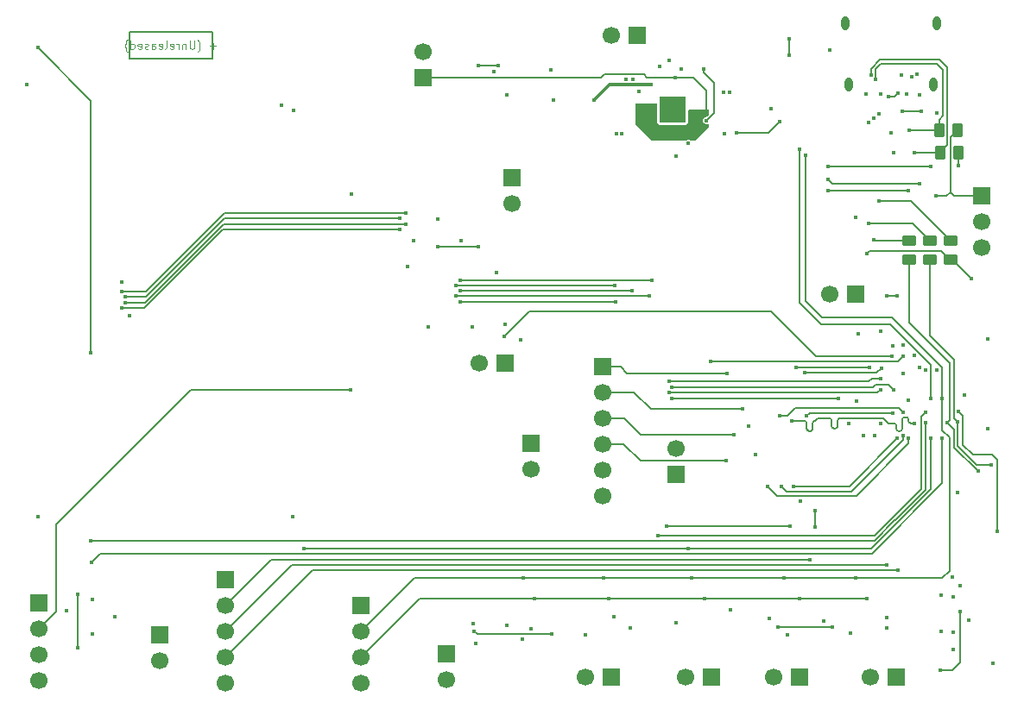
<source format=gbr>
%TF.GenerationSoftware,KiCad,Pcbnew,9.0.1+1*%
%TF.CreationDate,2025-09-19T07:31:43+00:00*%
%TF.ProjectId,ZSWatch-Watch-DevKit,5a535761-7463-4682-9d57-617463682d44,+ (Unreleased)*%
%TF.SameCoordinates,Original*%
%TF.FileFunction,Copper,L4,Bot*%
%TF.FilePolarity,Positive*%
%FSLAX46Y46*%
G04 Gerber Fmt 4.6, Leading zero omitted, Abs format (unit mm)*
G04 Created by KiCad (PCBNEW 9.0.1+1) date 2025-09-19 07:31:43*
%MOMM*%
%LPD*%
G01*
G04 APERTURE LIST*
G04 Aperture macros list*
%AMRoundRect*
0 Rectangle with rounded corners*
0 $1 Rounding radius*
0 $2 $3 $4 $5 $6 $7 $8 $9 X,Y pos of 4 corners*
0 Add a 4 corners polygon primitive as box body*
4,1,4,$2,$3,$4,$5,$6,$7,$8,$9,$2,$3,0*
0 Add four circle primitives for the rounded corners*
1,1,$1+$1,$2,$3*
1,1,$1+$1,$4,$5*
1,1,$1+$1,$6,$7*
1,1,$1+$1,$8,$9*
0 Add four rect primitives between the rounded corners*
20,1,$1+$1,$2,$3,$4,$5,0*
20,1,$1+$1,$4,$5,$6,$7,0*
20,1,$1+$1,$6,$7,$8,$9,0*
20,1,$1+$1,$8,$9,$2,$3,0*%
G04 Aperture macros list end*
%TA.AperFunction,NonConductor*%
%ADD10C,0.200000*%
%TD*%
%ADD11C,0.120000*%
%TA.AperFunction,NonConductor*%
%ADD12C,0.120000*%
%TD*%
%TA.AperFunction,ComponentPad*%
%ADD13R,1.700000X1.700000*%
%TD*%
%TA.AperFunction,ComponentPad*%
%ADD14C,1.700000*%
%TD*%
%TA.AperFunction,ComponentPad*%
%ADD15C,0.500000*%
%TD*%
%TA.AperFunction,SMDPad,CuDef*%
%ADD16R,2.500000X2.500000*%
%TD*%
%TA.AperFunction,HeatsinkPad*%
%ADD17O,0.800000X1.400000*%
%TD*%
%TA.AperFunction,SMDPad,CuDef*%
%ADD18RoundRect,0.250000X0.450000X-0.262500X0.450000X0.262500X-0.450000X0.262500X-0.450000X-0.262500X0*%
%TD*%
%TA.AperFunction,SMDPad,CuDef*%
%ADD19RoundRect,0.250000X0.262500X0.450000X-0.262500X0.450000X-0.262500X-0.450000X0.262500X-0.450000X0*%
%TD*%
%TA.AperFunction,ViaPad*%
%ADD20C,0.450000*%
%TD*%
%TA.AperFunction,Conductor*%
%ADD21C,0.200000*%
%TD*%
%TA.AperFunction,Conductor*%
%ADD22C,0.170000*%
%TD*%
%TA.AperFunction,Conductor*%
%ADD23C,0.127000*%
%TD*%
%TA.AperFunction,Conductor*%
%ADD24C,0.300000*%
%TD*%
G04 APERTURE END LIST*
D10*
X172100000Y-116200000D02*
X180200000Y-116200000D01*
X180200000Y-118800000D01*
X172100000Y-118800000D01*
X172100000Y-116200000D01*
D11*
D12*
X180607142Y-117559093D02*
X179997619Y-117559093D01*
X180302380Y-117863855D02*
X180302380Y-117254331D01*
X178778571Y-118168617D02*
X178816666Y-118130521D01*
X178816666Y-118130521D02*
X178892857Y-118016236D01*
X178892857Y-118016236D02*
X178930952Y-117940045D01*
X178930952Y-117940045D02*
X178969047Y-117825760D01*
X178969047Y-117825760D02*
X179007142Y-117635283D01*
X179007142Y-117635283D02*
X179007142Y-117482902D01*
X179007142Y-117482902D02*
X178969047Y-117292426D01*
X178969047Y-117292426D02*
X178930952Y-117178140D01*
X178930952Y-117178140D02*
X178892857Y-117101950D01*
X178892857Y-117101950D02*
X178816666Y-116987664D01*
X178816666Y-116987664D02*
X178778571Y-116949569D01*
X178473809Y-117063855D02*
X178473809Y-117711474D01*
X178473809Y-117711474D02*
X178435714Y-117787664D01*
X178435714Y-117787664D02*
X178397619Y-117825760D01*
X178397619Y-117825760D02*
X178321428Y-117863855D01*
X178321428Y-117863855D02*
X178169047Y-117863855D01*
X178169047Y-117863855D02*
X178092857Y-117825760D01*
X178092857Y-117825760D02*
X178054762Y-117787664D01*
X178054762Y-117787664D02*
X178016666Y-117711474D01*
X178016666Y-117711474D02*
X178016666Y-117063855D01*
X177635714Y-117330521D02*
X177635714Y-117863855D01*
X177635714Y-117406712D02*
X177597619Y-117368617D01*
X177597619Y-117368617D02*
X177521429Y-117330521D01*
X177521429Y-117330521D02*
X177407143Y-117330521D01*
X177407143Y-117330521D02*
X177330952Y-117368617D01*
X177330952Y-117368617D02*
X177292857Y-117444807D01*
X177292857Y-117444807D02*
X177292857Y-117863855D01*
X176911904Y-117863855D02*
X176911904Y-117330521D01*
X176911904Y-117482902D02*
X176873809Y-117406712D01*
X176873809Y-117406712D02*
X176835714Y-117368617D01*
X176835714Y-117368617D02*
X176759523Y-117330521D01*
X176759523Y-117330521D02*
X176683333Y-117330521D01*
X176111904Y-117825760D02*
X176188095Y-117863855D01*
X176188095Y-117863855D02*
X176340476Y-117863855D01*
X176340476Y-117863855D02*
X176416666Y-117825760D01*
X176416666Y-117825760D02*
X176454762Y-117749569D01*
X176454762Y-117749569D02*
X176454762Y-117444807D01*
X176454762Y-117444807D02*
X176416666Y-117368617D01*
X176416666Y-117368617D02*
X176340476Y-117330521D01*
X176340476Y-117330521D02*
X176188095Y-117330521D01*
X176188095Y-117330521D02*
X176111904Y-117368617D01*
X176111904Y-117368617D02*
X176073809Y-117444807D01*
X176073809Y-117444807D02*
X176073809Y-117520998D01*
X176073809Y-117520998D02*
X176454762Y-117597188D01*
X175616667Y-117863855D02*
X175692857Y-117825760D01*
X175692857Y-117825760D02*
X175730952Y-117749569D01*
X175730952Y-117749569D02*
X175730952Y-117063855D01*
X175007142Y-117825760D02*
X175083333Y-117863855D01*
X175083333Y-117863855D02*
X175235714Y-117863855D01*
X175235714Y-117863855D02*
X175311904Y-117825760D01*
X175311904Y-117825760D02*
X175350000Y-117749569D01*
X175350000Y-117749569D02*
X175350000Y-117444807D01*
X175350000Y-117444807D02*
X175311904Y-117368617D01*
X175311904Y-117368617D02*
X175235714Y-117330521D01*
X175235714Y-117330521D02*
X175083333Y-117330521D01*
X175083333Y-117330521D02*
X175007142Y-117368617D01*
X175007142Y-117368617D02*
X174969047Y-117444807D01*
X174969047Y-117444807D02*
X174969047Y-117520998D01*
X174969047Y-117520998D02*
X175350000Y-117597188D01*
X174283333Y-117863855D02*
X174283333Y-117444807D01*
X174283333Y-117444807D02*
X174321428Y-117368617D01*
X174321428Y-117368617D02*
X174397619Y-117330521D01*
X174397619Y-117330521D02*
X174550000Y-117330521D01*
X174550000Y-117330521D02*
X174626190Y-117368617D01*
X174283333Y-117825760D02*
X174359524Y-117863855D01*
X174359524Y-117863855D02*
X174550000Y-117863855D01*
X174550000Y-117863855D02*
X174626190Y-117825760D01*
X174626190Y-117825760D02*
X174664286Y-117749569D01*
X174664286Y-117749569D02*
X174664286Y-117673379D01*
X174664286Y-117673379D02*
X174626190Y-117597188D01*
X174626190Y-117597188D02*
X174550000Y-117559093D01*
X174550000Y-117559093D02*
X174359524Y-117559093D01*
X174359524Y-117559093D02*
X174283333Y-117520998D01*
X173940476Y-117825760D02*
X173864285Y-117863855D01*
X173864285Y-117863855D02*
X173711904Y-117863855D01*
X173711904Y-117863855D02*
X173635714Y-117825760D01*
X173635714Y-117825760D02*
X173597618Y-117749569D01*
X173597618Y-117749569D02*
X173597618Y-117711474D01*
X173597618Y-117711474D02*
X173635714Y-117635283D01*
X173635714Y-117635283D02*
X173711904Y-117597188D01*
X173711904Y-117597188D02*
X173826190Y-117597188D01*
X173826190Y-117597188D02*
X173902380Y-117559093D01*
X173902380Y-117559093D02*
X173940476Y-117482902D01*
X173940476Y-117482902D02*
X173940476Y-117444807D01*
X173940476Y-117444807D02*
X173902380Y-117368617D01*
X173902380Y-117368617D02*
X173826190Y-117330521D01*
X173826190Y-117330521D02*
X173711904Y-117330521D01*
X173711904Y-117330521D02*
X173635714Y-117368617D01*
X172949999Y-117825760D02*
X173026190Y-117863855D01*
X173026190Y-117863855D02*
X173178571Y-117863855D01*
X173178571Y-117863855D02*
X173254761Y-117825760D01*
X173254761Y-117825760D02*
X173292857Y-117749569D01*
X173292857Y-117749569D02*
X173292857Y-117444807D01*
X173292857Y-117444807D02*
X173254761Y-117368617D01*
X173254761Y-117368617D02*
X173178571Y-117330521D01*
X173178571Y-117330521D02*
X173026190Y-117330521D01*
X173026190Y-117330521D02*
X172949999Y-117368617D01*
X172949999Y-117368617D02*
X172911904Y-117444807D01*
X172911904Y-117444807D02*
X172911904Y-117520998D01*
X172911904Y-117520998D02*
X173292857Y-117597188D01*
X172226190Y-117863855D02*
X172226190Y-117063855D01*
X172226190Y-117825760D02*
X172302381Y-117863855D01*
X172302381Y-117863855D02*
X172454762Y-117863855D01*
X172454762Y-117863855D02*
X172530952Y-117825760D01*
X172530952Y-117825760D02*
X172569047Y-117787664D01*
X172569047Y-117787664D02*
X172607143Y-117711474D01*
X172607143Y-117711474D02*
X172607143Y-117482902D01*
X172607143Y-117482902D02*
X172569047Y-117406712D01*
X172569047Y-117406712D02*
X172530952Y-117368617D01*
X172530952Y-117368617D02*
X172454762Y-117330521D01*
X172454762Y-117330521D02*
X172302381Y-117330521D01*
X172302381Y-117330521D02*
X172226190Y-117368617D01*
X171921428Y-118168617D02*
X171883333Y-118130521D01*
X171883333Y-118130521D02*
X171807142Y-118016236D01*
X171807142Y-118016236D02*
X171769047Y-117940045D01*
X171769047Y-117940045D02*
X171730952Y-117825760D01*
X171730952Y-117825760D02*
X171692856Y-117635283D01*
X171692856Y-117635283D02*
X171692856Y-117482902D01*
X171692856Y-117482902D02*
X171730952Y-117292426D01*
X171730952Y-117292426D02*
X171769047Y-117178140D01*
X171769047Y-117178140D02*
X171807142Y-117101950D01*
X171807142Y-117101950D02*
X171883333Y-116987664D01*
X171883333Y-116987664D02*
X171921428Y-116949569D01*
D13*
%TO.P,X508,1,Pin_1*%
%TO.N,/Project Architecture/Power Management/VSYS*%
X200900000Y-120700000D03*
D14*
%TO.P,X508,2,Pin_2*%
%TO.N,Net-(IC505-VDD)*%
X200900000Y-118160000D03*
%TD*%
D15*
%TO.P,IC401,33,GND*%
%TO.N,GND*%
X224387790Y-122830400D03*
X224387790Y-123830400D03*
X224387790Y-124830400D03*
X225387790Y-122830400D03*
X225387790Y-123830400D03*
D16*
X225387790Y-123830400D03*
D15*
X225387790Y-124830400D03*
X226387790Y-122830400D03*
X226387790Y-123830400D03*
X226387790Y-124830400D03*
%TD*%
D13*
%TO.P,X503,1,Pin_1*%
%TO.N,/Project Architecture/Peripherals/VMIC*%
X175100000Y-175400000D03*
D14*
%TO.P,X503,2,Pin_2*%
%TO.N,Net-(MK501-VDD)*%
X175100000Y-177940000D03*
%TD*%
D13*
%TO.P,X610,1,Pin_1*%
%TO.N,+3V0*%
X211500000Y-156600000D03*
D14*
%TO.P,X610,2,Pin_2*%
%TO.N,Net-(X608-LEDA1)*%
X211500000Y-159140000D03*
%TD*%
D13*
%TO.P,X403,1,Pin_1*%
%TO.N,+1V8*%
X163200000Y-172220000D03*
D14*
%TO.P,X403,2,Pin_2*%
%TO.N,+3V0*%
X163200000Y-174760000D03*
%TO.P,X403,3,Pin_3*%
%TO.N,/Project Architecture/Power Management/VSYS*%
X163200000Y-177300000D03*
%TO.P,X403,4,Pin_4*%
%TO.N,GND*%
X163200000Y-179840000D03*
%TD*%
D13*
%TO.P,X504,1,Pin_1*%
%TO.N,+1V8*%
X194800000Y-172490000D03*
D14*
%TO.P,X504,2,Pin_2*%
%TO.N,/Project Architecture/MCU/SDA*%
X194800000Y-175030000D03*
%TO.P,X504,3,Pin_3*%
%TO.N,/Project Architecture/MCU/SCL*%
X194800000Y-177570000D03*
%TO.P,X504,4,Pin_4*%
%TO.N,GND*%
X194800000Y-180110000D03*
%TD*%
D13*
%TO.P,X606,1,Pin_1*%
%TO.N,+1V8*%
X225700000Y-159640000D03*
D14*
%TO.P,X606,2,Pin_2*%
%TO.N,Net-(IC603-VCC)*%
X225700000Y-157100000D03*
%TD*%
D13*
%TO.P,X401,1,Pin_1*%
%TO.N,/Project Architecture/Peripherals/VBAT*%
X221865000Y-116500000D03*
D14*
%TO.P,X401,2,Pin_2*%
%TO.N,GND*%
X219325000Y-116500000D03*
%TD*%
D13*
%TO.P,X501,1,Pin_1*%
%TO.N,+1V8*%
X229200000Y-179500000D03*
D14*
%TO.P,X501,2,Pin_2*%
%TO.N,Net-(IC501-VDD)*%
X226660000Y-179500000D03*
%TD*%
D13*
%TO.P,X502,1,Pin_1*%
%TO.N,+1V8*%
X181500000Y-169980000D03*
D14*
%TO.P,X502,2,Pin_2*%
%TO.N,/Project Architecture/MCU/MCLK*%
X181500000Y-172520000D03*
%TO.P,X502,3,Pin_3*%
%TO.N,/Project Architecture/MCU/WS*%
X181500000Y-175060000D03*
%TO.P,X502,4,Pin_4*%
%TO.N,/Project Architecture/MCU/Data*%
X181500000Y-177600000D03*
%TO.P,X502,5,Pin_5*%
%TO.N,GND*%
X181500000Y-180140000D03*
%TD*%
D13*
%TO.P,X506,1,Pin_1*%
%TO.N,+1V8*%
X237840000Y-179500000D03*
D14*
%TO.P,X506,2,Pin_2*%
%TO.N,Net-(IC503-VDD)*%
X235300000Y-179500000D03*
%TD*%
D13*
%TO.P,X607,1,Pin_1*%
%TO.N,+1V8*%
X209600000Y-130525000D03*
D14*
%TO.P,X607,2,Pin_2*%
%TO.N,Net-(X607-Pin_2)*%
X209600000Y-133065000D03*
%TD*%
D13*
%TO.P,X505,1,Pin_1*%
%TO.N,+1V8*%
X219340000Y-179500000D03*
D14*
%TO.P,X505,2,Pin_2*%
%TO.N,Net-(IC502-VDD)*%
X216800000Y-179500000D03*
%TD*%
D13*
%TO.P,X604,1,Pin_1*%
%TO.N,TxD*%
X255700000Y-132270000D03*
D14*
%TO.P,X604,2,Pin_2*%
%TO.N,RxD*%
X255700000Y-134810000D03*
%TO.P,X604,3,Pin_3*%
%TO.N,GND*%
X255700000Y-137350000D03*
%TD*%
D13*
%TO.P,X507,1,Pin_1*%
%TO.N,+1V8*%
X247300000Y-179500000D03*
D14*
%TO.P,X507,2,Pin_2*%
%TO.N,Net-(IC504-VDD)*%
X244760000Y-179500000D03*
%TD*%
D17*
%TO.P,X603,S1,SHIELD*%
%TO.N,GND*%
X251290000Y-115360000D03*
X250930000Y-121310000D03*
X242670000Y-121310000D03*
X242310000Y-115360000D03*
%TD*%
D13*
%TO.P,X609,1,Pin_1*%
%TO.N,+3V0*%
X208975000Y-148700000D03*
D14*
%TO.P,X609,2,Pin_2*%
%TO.N,Net-(X608-CTP-VDD)*%
X206435000Y-148700000D03*
%TD*%
D13*
%TO.P,X510,1,Pin_1*%
%TO.N,/Project Architecture/Peripherals/VBAT*%
X203200000Y-177260000D03*
D14*
%TO.P,X510,2,Pin_2*%
%TO.N,Net-(IC507-V_{DD})*%
X203200000Y-179800000D03*
%TD*%
D13*
%TO.P,X605,1,Pin_1*%
%TO.N,Net-(M601B-P0.22)*%
X218500000Y-149050000D03*
D14*
%TO.P,X605,2,Pin_2*%
%TO.N,Net-(M601B-P0.05{slash}AIN1)*%
X218500000Y-151590000D03*
%TO.P,X605,3,Pin_3*%
%TO.N,Net-(M601B-P0.04{slash}AIN0)*%
X218500000Y-154130000D03*
%TO.P,X605,4,Pin_4*%
%TO.N,Net-(M601C-P1.14)*%
X218500000Y-156670000D03*
%TO.P,X605,5,Pin_5*%
%TO.N,GND*%
X218500000Y-159210000D03*
%TO.P,X605,6,Pin_6*%
%TO.N,+1V8*%
X218500000Y-161750000D03*
%TD*%
D13*
%TO.P,X602,1,Pin_1*%
%TO.N,+1V8*%
X243300000Y-141900000D03*
D14*
%TO.P,X602,2,Pin_2*%
%TO.N,Net-(M601A-VDDH)*%
X240760000Y-141900000D03*
%TD*%
D18*
%TO.P,R607,1*%
%TO.N,SWDIO*%
X248600000Y-138512500D03*
%TO.P,R607,2*%
%TO.N,Net-(X603-RX1-)*%
X248600000Y-136687500D03*
%TD*%
%TO.P,R611,1*%
%TO.N,RESETn*%
X252600000Y-138512500D03*
%TO.P,R611,2*%
%TO.N,Net-(X603-SBU1)*%
X252600000Y-136687500D03*
%TD*%
%TO.P,R608,1*%
%TO.N,SWDCLK*%
X250600000Y-138512500D03*
%TO.P,R608,2*%
%TO.N,Net-(X603-RX1+)*%
X250600000Y-136687500D03*
%TD*%
D19*
%TO.P,R609,1*%
%TO.N,RxD*%
X253412500Y-128000000D03*
%TO.P,R609,2*%
%TO.N,Net-(X603-TX1+)*%
X251587500Y-128000000D03*
%TD*%
%TO.P,R610,1*%
%TO.N,TxD*%
X253312500Y-125800000D03*
%TO.P,R610,2*%
%TO.N,Net-(X603-TX1-)*%
X251487500Y-125800000D03*
%TD*%
D20*
%TO.N,GND*%
X224100000Y-119600000D03*
X202295000Y-134600000D03*
X219600000Y-173600000D03*
X225700000Y-128380000D03*
X168485000Y-175300000D03*
X165900000Y-173020000D03*
X252900000Y-171625000D03*
X168485000Y-171900000D03*
X230390620Y-122145000D03*
X170700000Y-173575000D03*
X251248404Y-124151596D03*
X232800000Y-154880000D03*
X206080000Y-176220000D03*
X242800000Y-175200000D03*
X163100000Y-163750000D03*
X236620000Y-175400000D03*
X171347500Y-140700000D03*
X252900000Y-176775000D03*
X211467520Y-174774531D03*
X243575000Y-145825000D03*
X240200000Y-173975000D03*
X248000000Y-149700000D03*
X222063600Y-122063400D03*
X244100000Y-155800000D03*
X220387200Y-126138400D03*
X254000003Y-151800000D03*
X249550000Y-122400000D03*
X243275000Y-134400000D03*
X251700000Y-171500000D03*
X246400000Y-173700000D03*
X246800000Y-126100000D03*
X207800000Y-120120000D03*
X172147500Y-144000000D03*
X210500000Y-146400000D03*
X220793600Y-120819400D03*
X231000000Y-172900000D03*
X230990620Y-122145000D03*
X162025000Y-121325000D03*
X253300000Y-161390000D03*
X244300000Y-122300000D03*
X230479410Y-126138400D03*
X209100000Y-122350000D03*
X188100000Y-163750000D03*
X205700000Y-145137500D03*
X240800000Y-118000000D03*
X221180000Y-174680000D03*
X234845000Y-173755000D03*
X226200000Y-119800000D03*
X246400000Y-174700000D03*
X219879410Y-126138400D03*
X199987500Y-136700000D03*
X221428600Y-120819400D03*
X204587500Y-136700000D03*
X208980000Y-144900000D03*
X256300000Y-146350003D03*
X216832500Y-175332500D03*
X256300000Y-155150003D03*
X205835000Y-174265000D03*
X201400000Y-145137500D03*
X252900000Y-175125000D03*
X256800000Y-178200000D03*
X237900000Y-162250000D03*
X225700000Y-174200000D03*
X233500000Y-157650000D03*
X251690000Y-175000000D03*
X187025000Y-123400000D03*
%TO.N,/Project Architecture/Peripherals/VBAT*%
X209100000Y-174400000D03*
X228400000Y-119800000D03*
X210600000Y-175800000D03*
X228677316Y-124869129D03*
%TO.N,DISPLAY-BLK*%
X208812500Y-146087500D03*
X246881356Y-148023305D03*
%TO.N,QSPI-CS*%
X248500002Y-156100000D03*
X234700000Y-160800000D03*
%TO.N,QSPI-IO1*%
X247974002Y-155800000D03*
X236000000Y-160800000D03*
%TO.N,QSPI-IO2*%
X247400000Y-156100000D03*
X237200000Y-160800000D03*
%TO.N,QSPI-IO0*%
X238500000Y-153900000D03*
X246913051Y-153593475D03*
%TO.N,QSPI-CLK*%
X249044952Y-154600003D03*
X237081000Y-154351000D03*
%TO.N,QSPI-IO3*%
X247944949Y-153499999D03*
X235860000Y-153900000D03*
%TO.N,TOUCH-INT*%
X225000000Y-151600000D03*
X245750000Y-151294951D03*
%TO.N,TOUCH-SCL*%
X225300000Y-151100000D03*
X247000000Y-151325003D03*
%TO.N,TOUCH-SDA*%
X245744949Y-150200001D03*
X225000000Y-150500000D03*
%TO.N,TOUCH-RST*%
X229100000Y-148500000D03*
X247944951Y-148000000D03*
%TO.N,DISPLAY-EN*%
X202295000Y-137300000D03*
X241600000Y-152200000D03*
X225300000Y-152200000D03*
X206300000Y-137300000D03*
%TO.N,RESETn*%
X244400000Y-137950000D03*
X253418644Y-153476695D03*
X254700000Y-140400000D03*
X257200000Y-165200000D03*
%TO.N,DISPLAY-CS*%
X204100000Y-141100000D03*
X219700000Y-141100000D03*
X243400000Y-152400000D03*
%TO.N,DISPLAY-CLK*%
X221400000Y-141600000D03*
X245200000Y-155800000D03*
X204500000Y-141600000D03*
%TO.N,+3V0*%
X224800000Y-164700000D03*
X208100000Y-139800000D03*
X236900000Y-164700000D03*
X199362500Y-139200000D03*
X254400000Y-173900000D03*
X213400000Y-119900000D03*
X193800000Y-151300000D03*
X213700000Y-122900000D03*
%TO.N,/Project Architecture/Power Management/VSYS*%
X228679410Y-124076400D03*
X225637790Y-120662210D03*
X222079410Y-123580400D03*
X231646620Y-126100000D03*
X235900000Y-125000000D03*
X252769644Y-169700000D03*
%TO.N,DISPLAY-DC*%
X219800000Y-142700000D03*
X242600000Y-154600000D03*
X204500000Y-142700000D03*
%TO.N,DISPLAY-RST*%
X223300000Y-140600000D03*
X204500000Y-140600000D03*
%TO.N,DISPLAY-DATA*%
X204100000Y-142100000D03*
X245744950Y-154600001D03*
X223100000Y-142100000D03*
%TO.N,/Project Architecture/MCU/PMIC-INT*%
X250700000Y-129400000D03*
X240600000Y-129400000D03*
%TO.N,/Project Architecture/MCU/USB-CC1*%
X236800000Y-116900000D03*
X236800000Y-118500000D03*
%TO.N,/Project Architecture/MCU/SW2*%
X226900000Y-166900000D03*
X250700000Y-156100000D03*
X189200000Y-166900000D03*
X226900000Y-127100000D03*
%TO.N,/Project Architecture/MCU/SDA*%
X236312500Y-169800000D03*
X251800000Y-152200000D03*
X243300000Y-169800000D03*
X227200000Y-169800000D03*
X238400000Y-128300000D03*
X218600000Y-169800000D03*
X210725000Y-169800000D03*
%TO.N,/Project Architecture/MCU/SCL*%
X244400000Y-171800000D03*
X211800000Y-171800000D03*
X237812500Y-171800000D03*
X250700000Y-152200000D03*
X228500000Y-171800000D03*
X219100000Y-171800000D03*
X237800000Y-127700000D03*
%TO.N,/Project Architecture/MCU/~{RTC-INT}*%
X205900000Y-175000000D03*
X213500000Y-175300000D03*
%TO.N,SWDCLK*%
X256600000Y-158700000D03*
X253325000Y-154475000D03*
%TO.N,SWDIO*%
X252318644Y-154576695D03*
X255300000Y-159300000D03*
%TO.N,/Project Architecture/MCU/BMI270-INT*%
X239300000Y-163200000D03*
X239300000Y-164800000D03*
%TO.N,/Project Architecture/MCU/LIS2MDL-INT*%
X248500000Y-152300000D03*
X235700000Y-174600000D03*
X241000000Y-174600000D03*
%TO.N,/Project Architecture/MCU/VIB-PWM*%
X240600000Y-130700000D03*
X249600000Y-131100000D03*
%TO.N,USB-D-*%
X247400000Y-142100000D03*
X246400000Y-142100000D03*
%TO.N,/Project Architecture/MCU/VIB-EN*%
X240600000Y-131800000D03*
X248500000Y-131800000D03*
%TO.N,TxD*%
X251226000Y-132300000D03*
%TO.N,/Project Architecture/MCU/D-*%
X247500000Y-122200000D03*
X246550000Y-122565184D03*
%TO.N,/Project Architecture/MCU/USB-VBUS-In*%
X251650000Y-178800000D03*
X248300000Y-122300000D03*
X235000000Y-123749000D03*
X253550000Y-173100000D03*
X253550000Y-170500000D03*
X245800000Y-122300000D03*
X247073544Y-128069451D03*
%TO.N,RxD*%
X253412500Y-129300000D03*
%TO.N,/Project Architecture/MCU/SW1*%
X188200000Y-123900000D03*
X223900000Y-165600000D03*
X250150000Y-153505049D03*
%TO.N,/Project Architecture/MCU/Data*%
X247500000Y-169000000D03*
X251300000Y-149400000D03*
%TO.N,/Project Architecture/MCU/SW4*%
X168300000Y-166100000D03*
X250181356Y-154576695D03*
X168300000Y-147700000D03*
X163100000Y-117750000D03*
%TO.N,/Project Architecture/MCU/SW3*%
X251800000Y-156100000D03*
X168400000Y-168250000D03*
%TO.N,/Project Architecture/MCU/MIC-CLK*%
X238300000Y-149650000D03*
X245813051Y-149193475D03*
%TO.N,/Project Architecture/MCU/WS*%
X246400000Y-168500000D03*
X250200000Y-149400000D03*
%TO.N,/Project Architecture/MCU/MIC-DATA*%
X244644950Y-149100001D03*
X167000000Y-176600000D03*
X167000000Y-171400000D03*
X237500000Y-149100000D03*
%TO.N,/Project Architecture/MCU/MCLK*%
X238800000Y-168000000D03*
X249600000Y-149100000D03*
%TO.N,Net-(IC604-B1)*%
X171347500Y-143300000D03*
X198587500Y-135600000D03*
%TO.N,Net-(IC604-B3)*%
X171647500Y-142200000D03*
X198587500Y-134500000D03*
%TO.N,Net-(IC604-B2)*%
X171647500Y-142800000D03*
X199187500Y-135100000D03*
%TO.N,Net-(IC604-B4)*%
X171347500Y-141700000D03*
X199187500Y-134000000D03*
%TO.N,Net-(M601C-P1.14)*%
X249081356Y-147976695D03*
X230600000Y-158300000D03*
%TO.N,Net-(M601B-P0.05{slash}AIN1)*%
X247944950Y-146900001D03*
X232200000Y-153220000D03*
%TO.N,Net-(M601B-P0.04{slash}AIN0)*%
X246913051Y-146993475D03*
X231400000Y-155760000D03*
%TO.N,Net-(M601B-P0.22)*%
X245774000Y-145600000D03*
X230700000Y-149700000D03*
%TO.N,Net-(X603-CC1)*%
X247893537Y-124000000D03*
X249779998Y-124000000D03*
%TO.N,Net-(X603-RX1-)*%
X245050000Y-124650000D03*
X248800000Y-120600000D03*
X245050000Y-136575000D03*
%TO.N,Net-(X603-RX1+)*%
X249300000Y-120300000D03*
X244550000Y-135000000D03*
X244550000Y-125100000D03*
%TO.N,Net-(X603-TX1+)*%
X249050000Y-128000000D03*
X244800000Y-120400000D03*
%TO.N,Net-(X603-TX1-)*%
X248550000Y-125800000D03*
X245300000Y-120800000D03*
%TO.N,Net-(X603-SBU1)*%
X245600000Y-132800000D03*
X247800000Y-120400000D03*
X245600000Y-124200000D03*
%TO.N,Net-(X608-CTP-VDD)*%
X193900000Y-132100000D03*
%TO.N,Net-(IC505-VDD)*%
X206275000Y-119500000D03*
X208280000Y-119500000D03*
%TO.N,Net-(IC401-VOUT2)*%
X223206600Y-121380400D03*
X217697000Y-122900000D03*
%TO.N,/Project Architecture/Peripherals/VMIC*%
X225060000Y-119000000D03*
%TD*%
D21*
%TO.N,/Project Architecture/Peripherals/VBAT*%
X228400000Y-120200000D02*
X229400000Y-121200000D01*
X229400000Y-124146445D02*
X228677316Y-124869129D01*
X228400000Y-119800000D02*
X228400000Y-120200000D01*
X229400000Y-121200000D02*
X229400000Y-124146445D01*
%TO.N,DISPLAY-BLK*%
X208812500Y-146087500D02*
X211300000Y-143600000D01*
X235000000Y-143600000D02*
X239423305Y-148023305D01*
X211300000Y-143600000D02*
X235000000Y-143600000D01*
X239423305Y-148023305D02*
X246881356Y-148023305D01*
%TO.N,QSPI-CS*%
X248500002Y-156599998D02*
X243400000Y-161700000D01*
X248500002Y-156100000D02*
X248500002Y-156599998D01*
X243400000Y-161700000D02*
X235600000Y-161700000D01*
X235600000Y-161700000D02*
X234700000Y-160800000D01*
%TO.N,QSPI-IO1*%
X247974002Y-156225998D02*
X242900000Y-161300000D01*
X242900000Y-161300000D02*
X236500000Y-161300000D01*
X236500000Y-161300000D02*
X236000000Y-160800000D01*
X247974002Y-155800000D02*
X247974002Y-156225998D01*
%TO.N,QSPI-IO2*%
X242700000Y-160800000D02*
X237200000Y-160800000D01*
X247400000Y-156100000D02*
X242700000Y-160800000D01*
%TO.N,QSPI-IO0*%
X238500000Y-153900000D02*
X238800000Y-153600000D01*
X238800000Y-153600000D02*
X246906526Y-153600000D01*
X246906526Y-153600000D02*
X246913051Y-153593475D01*
%TO.N,QSPI-CLK*%
X247295990Y-154840003D02*
X247295990Y-155118565D01*
X247895990Y-154360003D02*
X247895990Y-154231437D01*
X240600170Y-154100000D02*
X239600000Y-154100000D01*
X247895990Y-154840003D02*
X247895990Y-154360003D01*
X238269000Y-154351000D02*
X238149000Y-154351000D01*
X247895990Y-155118565D02*
X247895990Y-154840003D01*
X239109000Y-154591000D02*
X239109000Y-155111000D01*
X242450170Y-154100000D02*
X241800170Y-154100000D01*
X248855990Y-154600003D02*
X249044952Y-154600003D01*
X241320170Y-155100000D02*
X241200170Y-155100000D01*
X240960170Y-154860000D02*
X240960170Y-154340000D01*
X248735990Y-154600003D02*
X248855990Y-154600003D01*
X241560170Y-154340000D02*
X241560170Y-154860000D01*
X247535990Y-155358565D02*
X247655990Y-155358565D01*
X243100170Y-154100000D02*
X242450170Y-154100000D01*
X238149000Y-154351000D02*
X237084953Y-154351000D01*
X248495990Y-154231437D02*
X248495990Y-154360003D01*
X248135990Y-153991437D02*
X248255990Y-153991437D01*
X246500003Y-154600003D02*
X247055990Y-154600003D01*
X239600000Y-154100000D02*
X239349000Y-154351000D01*
X238869000Y-155351000D02*
X238749000Y-155351000D01*
X240720170Y-154100000D02*
X240600170Y-154100000D01*
X238509000Y-155111000D02*
X238509000Y-154591000D01*
X246000000Y-154100000D02*
X246500003Y-154600003D01*
X243100170Y-154100000D02*
X246000000Y-154100000D01*
X237084953Y-154351000D02*
X237081000Y-154351000D01*
X239349000Y-154351000D02*
G75*
G03*
X239109000Y-154591000I0J-240000D01*
G01*
X241800170Y-154100000D02*
G75*
G03*
X241560200Y-154340000I30J-240000D01*
G01*
X241560170Y-154860000D02*
G75*
G02*
X241320170Y-155099970I-239970J0D01*
G01*
X247055990Y-154600003D02*
G75*
G02*
X247295997Y-154840003I10J-239997D01*
G01*
X247295990Y-155118565D02*
G75*
G03*
X247535990Y-155358610I240010J-35D01*
G01*
X239109000Y-155111000D02*
G75*
G02*
X238869000Y-155351000I-240000J0D01*
G01*
X238749000Y-155351000D02*
G75*
G02*
X238509000Y-155111000I0J240000D01*
G01*
X240960170Y-154340000D02*
G75*
G03*
X240720170Y-154100030I-239970J0D01*
G01*
X238509000Y-154591000D02*
G75*
G03*
X238269000Y-154351000I-240000J0D01*
G01*
X247655990Y-155358565D02*
G75*
G03*
X247895965Y-155118565I10J239965D01*
G01*
X241200170Y-155100000D02*
G75*
G02*
X240960200Y-154860000I30J240000D01*
G01*
X247895990Y-154231437D02*
G75*
G02*
X248135990Y-153991390I240010J37D01*
G01*
X248495990Y-154360003D02*
G75*
G03*
X248735990Y-154600010I240010J3D01*
G01*
X248255990Y-153991437D02*
G75*
G02*
X248495963Y-154231437I10J-239963D01*
G01*
%TO.N,QSPI-IO3*%
X236600000Y-153900000D02*
X237400000Y-153100000D01*
X247544950Y-153100000D02*
X247944949Y-153499999D01*
X237400000Y-153100000D02*
X247544950Y-153100000D01*
X235860000Y-153900000D02*
X236600000Y-153900000D01*
%TO.N,TOUCH-INT*%
X225000000Y-151600000D02*
X245444951Y-151600000D01*
X245444951Y-151600000D02*
X245750000Y-151294951D01*
%TO.N,TOUCH-SCL*%
X225300000Y-151100000D02*
X245026000Y-151100000D01*
X245026000Y-151100000D02*
X245300000Y-150826000D01*
X245300000Y-150826000D02*
X246500997Y-150826000D01*
X246500997Y-150826000D02*
X247000000Y-151325003D01*
%TO.N,TOUCH-SDA*%
X244600000Y-150500000D02*
X225000000Y-150500000D01*
X245744949Y-150200001D02*
X244899999Y-150200001D01*
X244899999Y-150200001D02*
X244600000Y-150500000D01*
%TO.N,TOUCH-RST*%
X247444951Y-148500000D02*
X247944951Y-148000000D01*
X229100000Y-148500000D02*
X247444951Y-148500000D01*
%TO.N,DISPLAY-EN*%
X206300000Y-137300000D02*
X202295000Y-137300000D01*
X225300000Y-152200000D02*
X241600000Y-152200000D01*
%TO.N,RESETn*%
X253800000Y-153858051D02*
X253418644Y-153476695D01*
X256700000Y-157700000D02*
X254800000Y-157700000D01*
X254700000Y-140400000D02*
X252812500Y-138512500D01*
X253800000Y-156700000D02*
X253800000Y-153858051D01*
X254800000Y-157700000D02*
X253800000Y-156700000D01*
X257200000Y-165200000D02*
X257200000Y-158200000D01*
X244400000Y-137950000D02*
X244700000Y-137650000D01*
X251737500Y-137650000D02*
X252600000Y-138512500D01*
X257200000Y-158200000D02*
X256700000Y-157700000D01*
X244700000Y-137650000D02*
X251737500Y-137650000D01*
%TO.N,DISPLAY-CS*%
X219700000Y-141100000D02*
X204100000Y-141100000D01*
%TO.N,DISPLAY-CLK*%
X204500000Y-141600000D02*
X221400000Y-141600000D01*
%TO.N,+3V0*%
X178100000Y-151300000D02*
X164900000Y-164500000D01*
X164900000Y-173060000D02*
X163200000Y-174760000D01*
X193800000Y-151300000D02*
X178100000Y-151300000D01*
X236900000Y-164700000D02*
X224800000Y-164700000D01*
X164900000Y-164500000D02*
X164900000Y-173060000D01*
%TO.N,/Project Architecture/Power Management/VSYS*%
X227362210Y-120662210D02*
X228679410Y-121979410D01*
X222862210Y-120662210D02*
X222568400Y-120368400D01*
X222568400Y-120368400D02*
X218700000Y-120368400D01*
X231646620Y-126100000D02*
X234800000Y-126100000D01*
X228679410Y-121979410D02*
X228679410Y-124076400D01*
X225637790Y-120662210D02*
X222862210Y-120662210D01*
X234800000Y-126100000D02*
X235900000Y-125000000D01*
X218700000Y-120368400D02*
X218368400Y-120700000D01*
X225637790Y-120662210D02*
X227362210Y-120662210D01*
X218368400Y-120700000D02*
X200900000Y-120700000D01*
%TO.N,DISPLAY-DC*%
X204500000Y-142700000D02*
X219800000Y-142700000D01*
%TO.N,DISPLAY-RST*%
X223300000Y-140600000D02*
X204500000Y-140600000D01*
%TO.N,DISPLAY-DATA*%
X223100000Y-142100000D02*
X204100000Y-142100000D01*
%TO.N,/Project Architecture/MCU/PMIC-INT*%
X250700000Y-129400000D02*
X240600000Y-129400000D01*
%TO.N,/Project Architecture/MCU/USB-CC1*%
X236800000Y-118500000D02*
X236800000Y-116900000D01*
%TO.N,/Project Architecture/MCU/SW2*%
X189200000Y-166900000D02*
X226900000Y-166900000D01*
X244861034Y-166900000D02*
X226900000Y-166900000D01*
X250700000Y-161061034D02*
X244861034Y-166900000D01*
X250700000Y-156100000D02*
X250700000Y-161061034D01*
%TO.N,/Project Architecture/MCU/SDA*%
X246900000Y-144200000D02*
X251800000Y-149100000D01*
X252500000Y-169100000D02*
X251800000Y-169800000D01*
X200030000Y-169800000D02*
X194800000Y-175030000D01*
X238400000Y-128300000D02*
X238400000Y-142600000D01*
X227200000Y-169800000D02*
X236312500Y-169800000D01*
X251800000Y-155300000D02*
X252500000Y-156000000D01*
X251800000Y-149100000D02*
X251800000Y-152200000D01*
X251800000Y-152200000D02*
X251800000Y-155300000D01*
X218600000Y-169800000D02*
X200030000Y-169800000D01*
X227200000Y-169800000D02*
X218600000Y-169800000D01*
X238400000Y-142600000D02*
X240000000Y-144200000D01*
X243300000Y-169800000D02*
X236312500Y-169800000D01*
X240000000Y-144200000D02*
X246900000Y-144200000D01*
X252500000Y-156000000D02*
X252500000Y-169100000D01*
X251800000Y-169800000D02*
X243300000Y-169800000D01*
%TO.N,/Project Architecture/MCU/SCL*%
X250700000Y-148900000D02*
X246700000Y-144900000D01*
X211800000Y-171800000D02*
X219100000Y-171800000D01*
X246700000Y-144900000D02*
X239900000Y-144900000D01*
X239900000Y-144900000D02*
X237800000Y-142800000D01*
X244400000Y-171800000D02*
X237812500Y-171800000D01*
X250700000Y-152200000D02*
X250700000Y-148900000D01*
X200570000Y-171800000D02*
X194800000Y-177570000D01*
X211800000Y-171800000D02*
X200570000Y-171800000D01*
X228500000Y-171800000D02*
X237812500Y-171800000D01*
X228500000Y-171800000D02*
X219100000Y-171800000D01*
X237800000Y-142800000D02*
X237800000Y-127700000D01*
%TO.N,/Project Architecture/MCU/~{RTC-INT}*%
X206200000Y-175300000D02*
X205900000Y-175000000D01*
X213500000Y-175300000D02*
X206200000Y-175300000D01*
%TO.N,SWDCLK*%
X255200000Y-158700000D02*
X253325000Y-156825000D01*
X252967644Y-154117644D02*
X253325000Y-154475000D01*
X253325000Y-156825000D02*
X253325000Y-154475000D01*
X256600000Y-158700000D02*
X255200000Y-158700000D01*
X252967644Y-154117644D02*
X252967644Y-152200000D01*
X250600000Y-138512500D02*
X250600000Y-146000000D01*
X252967644Y-148367644D02*
X252967644Y-152200000D01*
X250600000Y-146000000D02*
X252967644Y-148367644D01*
%TO.N,SWDIO*%
X252318644Y-154576695D02*
X252574000Y-154321339D01*
X253000000Y-155258051D02*
X252318644Y-154576695D01*
X253000000Y-157000000D02*
X253000000Y-155258051D01*
X252574000Y-148674000D02*
X248600000Y-144700000D01*
X255300000Y-159300000D02*
X253000000Y-157000000D01*
X252574000Y-154321339D02*
X252574000Y-148674000D01*
X248600000Y-144700000D02*
X248600000Y-138512500D01*
%TO.N,/Project Architecture/MCU/BMI270-INT*%
X239300000Y-163200000D02*
X239300000Y-164800000D01*
%TO.N,/Project Architecture/MCU/LIS2MDL-INT*%
X235700000Y-174600000D02*
X241000000Y-174600000D01*
%TO.N,/Project Architecture/MCU/VIB-PWM*%
X240600000Y-130700000D02*
X241000000Y-131100000D01*
X241000000Y-131100000D02*
X249600000Y-131100000D01*
D22*
%TO.N,USB-D-*%
X247400000Y-142100000D02*
X246400000Y-142100000D01*
D21*
%TO.N,/Project Architecture/MCU/VIB-EN*%
X248500000Y-131800000D02*
X240600000Y-131800000D01*
%TO.N,TxD*%
X252970000Y-132270000D02*
X255700000Y-132270000D01*
X252600000Y-126512500D02*
X252600000Y-131900000D01*
X252600000Y-131900000D02*
X252970000Y-132270000D01*
X251226000Y-132300000D02*
X252200000Y-132300000D01*
X252200000Y-132300000D02*
X252600000Y-131900000D01*
X253312500Y-125800000D02*
X253312500Y-125487500D01*
X253312500Y-125800000D02*
X252600000Y-126512500D01*
D23*
%TO.N,/Project Architecture/MCU/D-*%
X247134816Y-122565184D02*
X247500000Y-122200000D01*
X246550000Y-122565184D02*
X247134816Y-122565184D01*
D22*
%TO.N,/Project Architecture/MCU/USB-VBUS-In*%
X253550000Y-178050000D02*
X253550000Y-173100000D01*
X252800000Y-178800000D02*
X253550000Y-178050000D01*
X251650000Y-178800000D02*
X252800000Y-178800000D01*
D21*
%TO.N,RxD*%
X253412500Y-128000000D02*
X253412500Y-129300000D01*
X253412500Y-128000000D02*
X253412500Y-128362500D01*
%TO.N,/Project Architecture/MCU/SW1*%
X223900000Y-165600000D02*
X245200000Y-165600000D01*
X245200000Y-165600000D02*
X249730356Y-161069644D01*
X249730356Y-153924693D02*
X250150000Y-153505049D01*
X249730356Y-161069644D02*
X249730356Y-153924693D01*
%TO.N,/Project Architecture/MCU/Data*%
X190100000Y-169000000D02*
X247500000Y-169000000D01*
X181500000Y-177600000D02*
X190100000Y-169000000D01*
%TO.N,/Project Architecture/MCU/SW4*%
X168300000Y-166100000D02*
X245161034Y-166100000D01*
X247200000Y-164100000D02*
X250181356Y-161118644D01*
X168300000Y-122950000D02*
X163100000Y-117750000D01*
X250181356Y-161118644D02*
X250181356Y-154576695D01*
X168300000Y-147700000D02*
X168300000Y-122950000D01*
X247161034Y-164100000D02*
X247200000Y-164100000D01*
X245161034Y-166100000D02*
X247161034Y-164100000D01*
%TO.N,/Project Architecture/MCU/SW3*%
X169250000Y-167400000D02*
X244900000Y-167400000D01*
X168400000Y-168250000D02*
X169250000Y-167400000D01*
X251800000Y-160500000D02*
X251800000Y-156100000D01*
X244900000Y-167400000D02*
X251800000Y-160500000D01*
%TO.N,/Project Architecture/MCU/MIC-CLK*%
X238300000Y-149650000D02*
X245356526Y-149650000D01*
X245356526Y-149650000D02*
X245813051Y-149193475D01*
%TO.N,/Project Architecture/MCU/WS*%
X181500000Y-175060000D02*
X188060000Y-168500000D01*
X188060000Y-168500000D02*
X246400000Y-168500000D01*
%TO.N,/Project Architecture/MCU/MIC-DATA*%
X237500000Y-149100000D02*
X244644949Y-149100000D01*
X244644949Y-149100000D02*
X244644950Y-149100001D01*
X167000000Y-176600000D02*
X167000000Y-171400000D01*
%TO.N,/Project Architecture/MCU/MCLK*%
X181500000Y-172520000D02*
X186020000Y-168000000D01*
X186020000Y-168000000D02*
X238800000Y-168000000D01*
%TO.N,Net-(IC604-B1)*%
X181261034Y-135600000D02*
X198587500Y-135600000D01*
X181261034Y-135600000D02*
X173561034Y-143300000D01*
X173561034Y-143300000D02*
X171347500Y-143300000D01*
%TO.N,Net-(IC604-B3)*%
X181400000Y-134500000D02*
X173700000Y-142200000D01*
X173700000Y-142200000D02*
X171647500Y-142200000D01*
X181400000Y-134500000D02*
X198587500Y-134500000D01*
%TO.N,Net-(IC604-B2)*%
X173600000Y-142800000D02*
X171647500Y-142800000D01*
X181300000Y-135100000D02*
X199187500Y-135100000D01*
X181300000Y-135100000D02*
X173600000Y-142800000D01*
%TO.N,Net-(IC604-B4)*%
X181400000Y-134000000D02*
X199187500Y-134000000D01*
X181400000Y-134000000D02*
X173700000Y-141700000D01*
X173700000Y-141700000D02*
X171347500Y-141700000D01*
%TO.N,Net-(M601C-P1.14)*%
X220570000Y-156670000D02*
X222200000Y-158300000D01*
X222200000Y-158300000D02*
X230600000Y-158300000D01*
X218500000Y-156670000D02*
X220570000Y-156670000D01*
%TO.N,Net-(M601B-P0.05{slash}AIN1)*%
X221590000Y-151590000D02*
X218500000Y-151590000D01*
X232200000Y-153220000D02*
X223220000Y-153220000D01*
X223220000Y-153220000D02*
X221590000Y-151590000D01*
%TO.N,Net-(M601B-P0.04{slash}AIN0)*%
X220630000Y-154130000D02*
X218500000Y-154130000D01*
X231400000Y-155760000D02*
X222260000Y-155760000D01*
X222260000Y-155760000D02*
X220630000Y-154130000D01*
%TO.N,Net-(M601B-P0.22)*%
X218500000Y-149050000D02*
X220250000Y-149050000D01*
X220250000Y-149050000D02*
X220900000Y-149700000D01*
X220900000Y-149700000D02*
X230700000Y-149700000D01*
%TO.N,Net-(X603-CC1)*%
X249779998Y-124000000D02*
X247893537Y-124000000D01*
%TO.N,Net-(X603-RX1-)*%
X245050000Y-136575000D02*
X245162500Y-136687500D01*
X245162500Y-136687500D02*
X248600000Y-136687500D01*
%TO.N,Net-(X603-RX1+)*%
X250600000Y-136687500D02*
X248912500Y-135000000D01*
X248912500Y-135000000D02*
X244550000Y-135000000D01*
%TO.N,Net-(X603-TX1+)*%
X245700000Y-118900000D02*
X251500000Y-118900000D01*
X244800000Y-120400000D02*
X244800000Y-119800000D01*
X252274000Y-119674000D02*
X252274000Y-127313500D01*
X244800000Y-119800000D02*
X245700000Y-118900000D01*
X251500000Y-118900000D02*
X252274000Y-119674000D01*
X252274000Y-127313500D02*
X251587500Y-128000000D01*
X249050000Y-128000000D02*
X251587500Y-128000000D01*
%TO.N,Net-(X603-TX1-)*%
X245300000Y-119800000D02*
X245800000Y-119300000D01*
X251487500Y-125800000D02*
X248550000Y-125800000D01*
X251300000Y-119300000D02*
X251900000Y-119900000D01*
X245300000Y-120800000D02*
X245300000Y-119800000D01*
X251900000Y-124400000D02*
X251487500Y-124812500D01*
X245800000Y-119300000D02*
X251300000Y-119300000D01*
X251487500Y-124812500D02*
X251487500Y-125800000D01*
X251900000Y-119900000D02*
X251900000Y-124400000D01*
%TO.N,Net-(X603-SBU1)*%
X252587500Y-136687500D02*
X252600000Y-136687500D01*
X245600000Y-132800000D02*
X248700000Y-132800000D01*
X248700000Y-132800000D02*
X252587500Y-136687500D01*
%TO.N,Net-(IC505-VDD)*%
X206275000Y-119500000D02*
X208280000Y-119500000D01*
D24*
%TO.N,Net-(IC401-VOUT2)*%
X217697000Y-122900000D02*
X219218600Y-121378400D01*
X223204600Y-121378400D02*
X223206600Y-121380400D01*
X219218600Y-121378400D02*
X223204600Y-121378400D01*
%TD*%
%TA.AperFunction,Conductor*%
%TO.N,/Project Architecture/Power Management/VSYS*%
G36*
X223798829Y-123207085D02*
G01*
X223844584Y-123259889D01*
X223855790Y-123311400D01*
X223855790Y-125092400D01*
X224109790Y-125346400D01*
X226649790Y-125346400D01*
X226903790Y-125092400D01*
X226903790Y-123946400D01*
X226923475Y-123879361D01*
X226976279Y-123833606D01*
X227027790Y-123822400D01*
X228815320Y-123822400D01*
X228882359Y-123842085D01*
X228928114Y-123894889D01*
X228939319Y-123945824D01*
X228940650Y-124232119D01*
X228932064Y-124261868D01*
X228925484Y-124292121D01*
X228921985Y-124296794D01*
X228921277Y-124299249D01*
X228904333Y-124320375D01*
X228744402Y-124480309D01*
X228683079Y-124513795D01*
X228656720Y-124516629D01*
X228630908Y-124516629D01*
X228541255Y-124540651D01*
X228460876Y-124587059D01*
X228460873Y-124587061D01*
X228395248Y-124652686D01*
X228395246Y-124652689D01*
X228348838Y-124733068D01*
X228348838Y-124733069D01*
X228324816Y-124822721D01*
X228324816Y-124915537D01*
X228348838Y-125005189D01*
X228395246Y-125085569D01*
X228460876Y-125151199D01*
X228541256Y-125197607D01*
X228630908Y-125221629D01*
X228630910Y-125221629D01*
X228723722Y-125221629D01*
X228723724Y-125221629D01*
X228789635Y-125203968D01*
X228814345Y-125204556D01*
X228838803Y-125200923D01*
X228848667Y-125205372D01*
X228859483Y-125205630D01*
X228879956Y-125219486D01*
X228902493Y-125229652D01*
X228908384Y-125238725D01*
X228917346Y-125244791D01*
X228927078Y-125267518D01*
X228940541Y-125288253D01*
X228942975Y-125304639D01*
X228944851Y-125309020D01*
X228945727Y-125323164D01*
X228946197Y-125424051D01*
X228926825Y-125491182D01*
X228909879Y-125512310D01*
X227588109Y-126834081D01*
X227526786Y-126867566D01*
X227500428Y-126870400D01*
X227220272Y-126870400D01*
X227153233Y-126850715D01*
X227132591Y-126834081D01*
X227116442Y-126817932D01*
X227116440Y-126817930D01*
X227036060Y-126771522D01*
X226946408Y-126747500D01*
X226853592Y-126747500D01*
X226763939Y-126771522D01*
X226683560Y-126817930D01*
X226683557Y-126817932D01*
X226667409Y-126834081D01*
X226606086Y-126867566D01*
X226579728Y-126870400D01*
X223399152Y-126870400D01*
X223332113Y-126850715D01*
X223311471Y-126834081D01*
X221733109Y-125255719D01*
X221699624Y-125194396D01*
X221696790Y-125168038D01*
X221696790Y-123311400D01*
X221716475Y-123244361D01*
X221769279Y-123198606D01*
X221820790Y-123187400D01*
X223731790Y-123187400D01*
X223798829Y-123207085D01*
G37*
%TD.AperFunction*%
%TD*%
M02*

</source>
